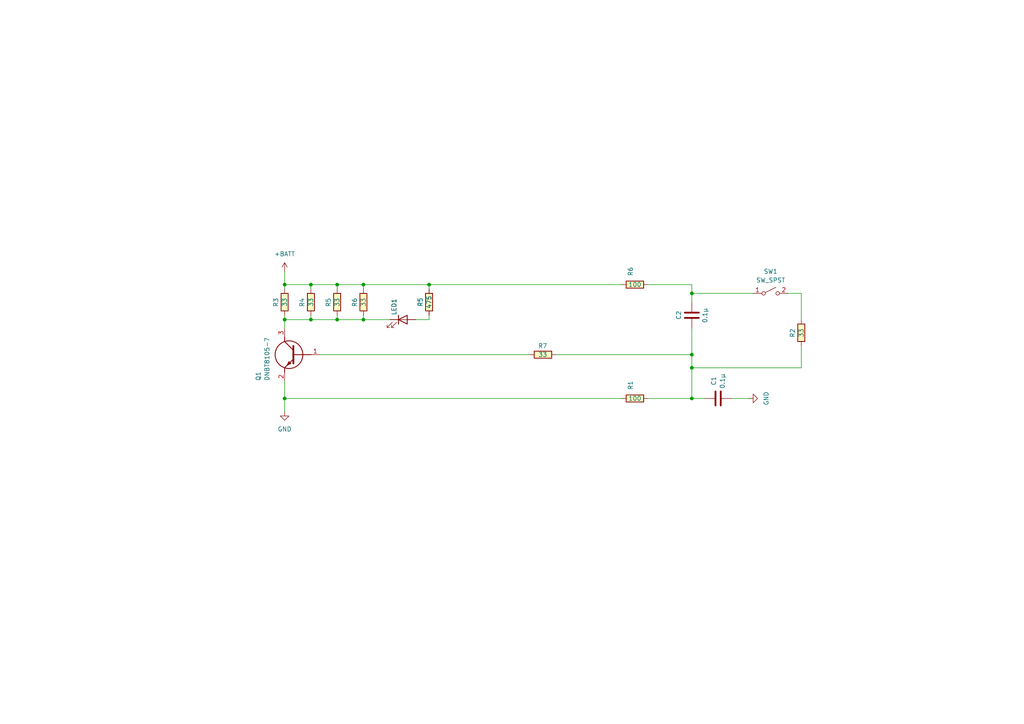
<source format=kicad_sch>
(kicad_sch (version 20230121) (generator eeschema)
  (paper "A4")
  (lib_symbols
    (symbol "Fixed Wing:CRCW251233R0FKEG" (pin_numbers hide) (pin_names (offset 0) hide)
      (property "Reference" "R" (at 2.54 3.81 0))
      (property "Value" "33" (at 2.54 -2.54 0))
      (symbol "CRCW251233R0FKEG_1_1"
        (rectangle (start 1.27 1.016) (end 6.35 -1.016) (stroke (width 0.254)) (fill (type background)))
        (pin passive line (at 0 0 0) (length 1.27) (name "~") (number "1"))
        (pin passive line (at 7.62 0 180) (length 1.27) (name "~") (number "2"))
      )
    )
    (symbol "FixedWing:CRCW0805100RFKEA" (pin_numbers hide) (pin_names (offset 0) hide)
      (property "Reference" "R" (at 2.54 3.81 0))
      (property "Value" "100" (at 1.27 -2.54 0))
      (symbol "CRCW0805100RFKEA_1_1"
        (rectangle (start 1.27 1.016) (end 6.35 -1.016) (stroke (width 0.254)) (fill (type background)))
        (pin passive line (at 0 0 0) (length 1.27) (name "~") (number "1"))
        (pin passive line (at 7.62 0 180) (length 1.27) (name "~") (number "2"))
      )
    )
    (symbol "FixedWing:CRCW0805475RFKEA" (pin_numbers hide) (pin_names (offset 0) hide)
      (property "Reference" "R" (at 2.54 3.81 0))
      (property "Value" "475" (at 2.54 -2.54 0))
      (symbol "CRCW0805475RFKEA_1_1"
        (rectangle (start 1.27 1.016) (end 6.35 -1.016) (stroke (width 0.254)) (fill (type background)))
        (pin passive line (at 0 0 0) (length 1.27) (name "~") (number "1"))
        (pin passive line (at 7.62 0 180) (length 1.27) (name "~") (number "2"))
      )
    )
    (symbol "FixedWing:DNBT8105-7" (pin_names hide)
      (property "Reference" "Q" (at 13.97 1.27 0))
      (property "Value" "DNBT8105-7" (at 13.97 -1.27 0))
      (symbol "DNBT8105-7_1_1"
        (polyline (pts (xy 2.54 0) (xy 7.62 0)) (stroke (width 0.254)))
        (polyline (pts (xy 7.62 -1.27) (xy 10.16 -3.81)) (stroke (width 0.254)))
        (polyline (pts (xy 7.62 1.27) (xy 10.16 3.81)) (stroke (width 0.254)))
        (polyline (pts (xy 7.62 2.54) (xy 7.62 -2.54)) (stroke (width 0.508)))
        (polyline (pts (xy 10.16 -3.81) (xy 10.16 -5.08)) (stroke (width 0.254)))
        (polyline (pts (xy 10.16 3.81) (xy 10.16 5.08)) (stroke (width 0.254)))
        (polyline (pts (xy 8.382 -2.54) (xy 8.89 -2.032) (xy 9.398 -3.048) (xy 8.382 -2.54)) (stroke (width 0.254)) (fill (type outline)))
        (circle (center 8.89 0) (radius 4.016) (stroke (width 0.254)))
        (pin passive line (at 0 0 0) (length 2.54) (name "B") (number "1"))
        (pin passive line (at 10.16 -7.62 90) (length 2.54) (name "E") (number "2"))
        (pin passive line (at 10.16 7.62 270) (length 2.54) (name "C") (number "3"))
      )
    )
    (symbol "FixedWing:GCJ188R72A104KA01D" (pin_numbers hide) (pin_names (offset 0) hide)
      (property "Reference" "C" (at 1.27 2.54 0))
      (property "Value" "0.1µ" (at 7.62 -2.54 0))
      (symbol "GCJ188R72A104KA01D_0_1"
        (polyline (pts (xy 3.048 -2.032) (xy 3.048 2.032)) (stroke (width 0.508)))
        (polyline (pts (xy 4.572 -2.032) (xy 4.572 2.032)) (stroke (width 0.508)))
      )
      (symbol "GCJ188R72A104KA01D_1_1"
        (pin passive line (at 0 0 0) (length 2.794) (name "~") (number "1"))
        (pin passive line (at 7.62 0 180) (length 2.794) (name "~") (number "2"))
      )
      (symbol "GCJ188R72A104KA01D_1_2"
        (polyline (pts (xy -1.905 -4.1148) (xy 1.905 -4.1148)) (stroke (width 0.2032)))
        (polyline (pts (xy -1.905 -3.4798) (xy 1.905 -3.4798)) (stroke (width 0.2032)))
        (polyline (pts (xy 0 -4.1148) (xy 0 -5.08)) (stroke (width 0.2032)))
        (polyline (pts (xy 0 -2.54) (xy 0 -3.4798)) (stroke (width 0.2032)))
        (pin unspecified line (at 0 0 270) (length 2.54) (name "") (number "1"))
        (pin unspecified line (at 0 -7.62 90) (length 2.54) (name "") (number "2"))
      )
    )
    (symbol "FixedWing:LTST-C170KRKT" (pin_numbers hide) (pin_names (offset 0) hide)
      (property "Reference" "LED" (at 10.795 6.858 0))
      (property "Value" "LTST-C170KRKT" (at 10.795 4.318 0))
      (symbol "LTST-C170KRKT_0_1"
        (polyline (pts (xy 2.54 -1.27) (xy 2.54 1.27)) (stroke (width 0.254)))
        (polyline (pts (xy 2.54 0) (xy 5.08 0)))
        (polyline (pts (xy 5.08 -1.27) (xy 5.08 1.27) (xy 2.54 0) (xy 5.08 -1.27)) (stroke (width 0.254)))
        (polyline (pts (xy 0.762 -0.762) (xy -0.762 -2.286) (xy 0 -2.286) (xy -0.762 -2.286) (xy -0.762 -1.524)))
        (polyline (pts (xy 2.032 -0.762) (xy 0.508 -2.286) (xy 1.27 -2.286) (xy 0.508 -2.286) (xy 0.508 -1.524)))
      )
      (symbol "LTST-C170KRKT_1_1"
        (pin passive line (at 0 0 0) (length 2.54) (name "K") (number "1"))
        (pin passive line (at 7.62 0 180) (length 2.54) (name "A") (number "2"))
      )
    )
    (symbol "Switch:SW_SPST" (pin_names (offset 0) hide)
      (property "Reference" "SW" (at 0 3.175 0))
      (property "Value" "SW_SPST" (at 0 -2.54 0))
      (symbol "SW_SPST_0_0"
        (circle (center -2.032 0) (radius 0.508))
        (polyline (pts (xy -1.524 0.254) (xy 1.524 1.778)))
        (circle (center 2.032 0) (radius 0.508))
      )
      (symbol "SW_SPST_1_1"
        (pin passive line (at -5.08 0 0) (length 2.54) (name "A") (number "1"))
        (pin passive line (at 5.08 0 180) (length 2.54) (name "B") (number "2"))
      )
    )
    (symbol "power:+BATT" (power) (pin_names (offset 0))
      (property "Value" "+BATT" (at 0 3.556 0))
      (symbol "+BATT_0_1"
        (polyline (pts (xy -0.762 1.27) (xy 0 2.54)))
        (polyline (pts (xy 0 0) (xy 0 2.54)))
        (polyline (pts (xy 0 2.54) (xy 0.762 1.27)))
      )
      (symbol "+BATT_1_1"
        (pin power_in line (at 0 0 90) (length 0) hide (name "+BATT") (number "1"))
      )
    )
    (symbol "power:GND" (power) (pin_names (offset 0))
      (property "Value" "GND" (at 0 -3.81 0))
      (symbol "GND_0_1"
        (polyline (pts (xy 0 0) (xy 0 -1.27) (xy 1.27 -1.27) (xy 0 -2.54) (xy -1.27 -1.27) (xy 0 -1.27)))
      )
      (symbol "GND_1_1"
        (pin power_in line (at 0 0 270) (length 0) hide (name "GND") (number "1"))
      )
    )
  )
  (junction (at 200.66 106.68))
  (junction (at 97.79 92.71))
  (junction (at 124.46 82.55))
  (junction (at 90.17 82.55))
  (junction (at 90.17 92.71))
  (junction (at 97.79 82.55))
  (junction (at 200.66 85.09))
  (junction (at 82.55 92.71))
  (junction (at 82.55 115.57))
  (junction (at 82.55 82.55))
  (junction (at 105.41 82.55))
  (junction (at 200.66 115.57))
  (junction (at 200.66 102.87))
  (junction (at 105.41 92.71))
  (wire (pts (xy 232.41 106.68) (xy 200.66 106.68)))
  (wire (pts (xy 82.55 78.74) (xy 82.55 82.55)))
  (wire (pts (xy 105.41 82.55) (xy 105.41 83.82)))
  (wire (pts (xy 82.55 92.71) (xy 82.55 91.44)))
  (wire (pts (xy 200.66 85.09) (xy 200.66 87.63)))
  (wire (pts (xy 82.55 115.57) (xy 82.55 119.38)))
  (wire (pts (xy 92.71 102.87) (xy 153.67 102.87)))
  (wire (pts (xy 232.41 85.09) (xy 232.41 92.71)))
  (wire (pts (xy 90.17 82.55) (xy 90.17 83.82)))
  (wire (pts (xy 124.46 82.55) (xy 180.34 82.55)))
  (wire (pts (xy 204.47 115.57) (xy 200.66 115.57)))
  (wire (pts (xy 97.79 91.44) (xy 97.79 92.71)))
  (wire (pts (xy 82.55 83.82) (xy 82.55 82.55)))
  (wire (pts (xy 187.96 82.55) (xy 200.66 82.55)))
  (wire (pts (xy 105.41 82.55) (xy 124.46 82.55)))
  (wire (pts (xy 124.46 92.71) (xy 120.65 92.71)))
  (wire (pts (xy 200.66 82.55) (xy 200.66 85.09)))
  (wire (pts (xy 97.79 82.55) (xy 97.79 83.82)))
  (wire (pts (xy 232.41 85.09) (xy 228.6 85.09)))
  (wire (pts (xy 200.66 106.68) (xy 200.66 102.87)))
  (wire (pts (xy 124.46 92.71) (xy 124.46 91.44)))
  (wire (pts (xy 187.96 115.57) (xy 200.66 115.57)))
  (wire (pts (xy 105.41 92.71) (xy 113.03 92.71)))
  (wire (pts (xy 97.79 92.71) (xy 105.41 92.71)))
  (wire (pts (xy 90.17 82.55) (xy 97.79 82.55)))
  (wire (pts (xy 232.41 100.33) (xy 232.41 106.68)))
  (wire (pts (xy 82.55 115.57) (xy 82.55 110.49)))
  (wire (pts (xy 82.55 95.25) (xy 82.55 92.71)))
  (wire (pts (xy 82.55 82.55) (xy 90.17 82.55)))
  (wire (pts (xy 200.66 102.87) (xy 200.66 95.25)))
  (wire (pts (xy 200.66 85.09) (xy 218.44 85.09)))
  (wire (pts (xy 82.55 115.57) (xy 180.34 115.57)))
  (wire (pts (xy 90.17 92.71) (xy 97.79 92.71)))
  (wire (pts (xy 97.79 82.55) (xy 105.41 82.55)))
  (wire (pts (xy 200.66 115.57) (xy 200.66 106.68)))
  (wire (pts (xy 90.17 91.44) (xy 90.17 92.71)))
  (wire (pts (xy 212.09 115.57) (xy 217.17 115.57)))
  (wire (pts (xy 124.46 82.55) (xy 124.46 83.82)))
  (wire (pts (xy 82.55 92.71) (xy 90.17 92.71)))
  (wire (pts (xy 105.41 91.44) (xy 105.41 92.71)))
  (wire (pts (xy 161.29 102.87) (xy 200.66 102.87)))
  (symbol (lib_id "Fixed Wing:CRCW251233R0FKEG") (at 153.67 102.87 0) (unit 1)
    (property "Reference" "R7" (at 158.75 100.33 0) (effects (justify right)))
    (property "Value" "33" (at 158.75 102.87 0) (effects (justify right)))
    (property "Footprint" "FixedWing:RC2512N_VIS" (effects hide))
    (property "Datasheet" "http://www.vishay.com/docs/20035/dcrcwe3.pdf" (effects hide))
    (property "Height" "0.7" (effects hide))
    (property "Manufacturer" "Vishay" (effects hide))
    (property "Manufacturer Part Number" "CRCW251233R0FKEG" (effects hide))
  )
  (symbol (lib_id "Fixed Wing:CRCW251233R0FKEG") (at 97.79 91.44 90) (unit 1)
    (property "Reference" "R5" (at 95.25 86.36 0) (effects (justify right)))
    (property "Value" "33" (at 97.79 86.36 0) (effects (justify right)))
    (property "Footprint" "FixedWing:RC2512N_VIS" (effects hide))
    (property "Datasheet" "http://www.vishay.com/docs/20035/dcrcwe3.pdf" (effects hide))
    (property "Height" "0.7" (effects hide))
    (property "Manufacturer" "Vishay" (effects hide))
    (property "Manufacturer Part Number" "CRCW251233R0FKEG" (effects hide))
  )
  (symbol (lib_id "Switch:SW_SPST") (at 223.52 85.09 0) (unit 1)
    (property "Reference" "SW1" (at 223.52 78.74 0))
    (property "Value" "SW_SPST" (at 223.52 81.28 0))
  )
  (symbol (lib_id "FixedWing:CRCW0805100RFKEA") (at 180.34 82.55 0) (unit 1)
    (property "Reference" "R6" (at 182.88 78.74 90))
    (property "Value" "100" (at 184.15 82.55 0))
    (property "Footprint" "RESC2012X50N" (effects hide))
    (property "Datasheet" "http://www.vishay.com/docs/20035/dcrcwe3.pdf" (effects hide))
    (property "Height" "0.5" (effects hide))
    (property "Mouser Part Number" "71-CRCW0805-100-E3" (effects hide))
    (property "Mouser Price/Stock" "https://www.mouser.co.uk/ProductDetail/Vishay-Dale/CRCW0805100RFKEA?qs=LOX6nxTstiYDPDKmuLyNLw%3D%3D" (effects hide))
    (property "Manufacturer" "Vishay" (effects hide))
    (property "Manufacturer Part Number" "CRCW0805100RFKEA" (effects hide))
  )
  (symbol (lib_id "Fixed Wing:CRCW251233R0FKEG") (at 232.41 100.33 90) (unit 1)
    (property "Reference" "R2" (at 229.87 95.25 0) (effects (justify right)))
    (property "Value" "33" (at 232.41 95.25 0) (effects (justify right)))
    (property "Footprint" "FixedWing:RC2512N_VIS" (effects hide))
    (property "Datasheet" "http://www.vishay.com/docs/20035/dcrcwe3.pdf" (effects hide))
    (property "Height" "0.7" (effects hide))
    (property "Manufacturer" "Vishay" (effects hide))
    (property "Manufacturer Part Number" "CRCW251233R0FKEG" (effects hide))
  )
  (symbol (lib_id "FixedWing:LTST-C170KRKT") (at 113.03 92.71 0) (unit 1)
    (property "Reference" "LED1" (at 114.3 91.44 90) (effects (justify left)))
    (property "Value" "LTST-C170KRKT" (effects hide))
    (property "Footprint" "LEDC2012X120N" (effects hide))
    (property "Datasheet" "https://componentsearchengine.com/Datasheets/1/LTST-C170KRKT.pdf" (effects hide))
    (property "Height" "1.2" (effects hide))
    (property "Mouser Part Number" "859-LTST-C170KRKT" (effects hide))
    (property "Mouser Price/Stock" "https://www.mouser.co.uk/ProductDetail/Lite-On/LTST-C170KRKT?qs=NUb82WqeCyrVOID%2Fxt4rgA%3D%3D" (effects hide))
    (property "Manufacturer" "Lite-On" (effects hide))
    (property "Manufacturer Part Number" "LTST-C170KRKT" (effects hide))
  )
  (symbol (lib_id "FixedWing:GCJ188R72A104KA01D") (at 200.66 87.63 270) (unit 1)
    (property "Reference" "C2" (at 196.85 91.44 0))
    (property "Value" "0.1µ" (at 204.47 91.44 0))
    (property "Footprint" "FixedWing:CAP_GCJ-18_MUR" (effects hide))
    (property "Datasheet" "https://search.murata.co.jp/Ceramy/image/img/A01X/G101/ENG/GCJ21BR71A106KE01-01A.pdf" (effects hide))
    (property "Manufacturer" "Murata Electronics" (effects hide))
    (property "Manufacturer Part Number" "GCJ188R72A104KA01D" (effects hide))
  )
  (symbol (lib_id "power:GND") (at 217.17 115.57 90) (unit 1)
    (property "Reference" "#PWR01" (effects hide))
    (property "Value" "GND" (at 222.25 115.57 0))
  )
  (symbol (lib_id "Fixed Wing:CRCW251233R0FKEG") (at 105.41 91.44 90) (unit 1)
    (property "Reference" "R6" (at 102.87 86.36 0) (effects (justify right)))
    (property "Value" "33" (at 105.41 86.36 0) (effects (justify right)))
    (property "Footprint" "FixedWing:RC2512N_VIS" (effects hide))
    (property "Datasheet" "http://www.vishay.com/docs/20035/dcrcwe3.pdf" (effects hide))
    (property "Height" "0.7" (effects hide))
    (property "Manufacturer" "Vishay" (effects hide))
    (property "Manufacturer Part Number" "CRCW251233R0FKEG" (effects hide))
  )
  (symbol (lib_id "power:+BATT") (at 82.55 78.74 0) (unit 1)
    (property "Reference" "#PWR02" (effects hide))
    (property "Value" "+BATT" (at 82.55 73.66 0))
  )
  (symbol (lib_id "Fixed Wing:CRCW251233R0FKEG") (at 90.17 91.44 90) (unit 1)
    (property "Reference" "R4" (at 87.63 86.36 0) (effects (justify right)))
    (property "Value" "33" (at 90.17 86.36 0) (effects (justify right)))
    (property "Footprint" "FixedWing:RC2512N_VIS" (effects hide))
    (property "Datasheet" "http://www.vishay.com/docs/20035/dcrcwe3.pdf" (effects hide))
    (property "Height" "0.7" (effects hide))
    (property "Manufacturer" "Vishay" (effects hide))
    (property "Manufacturer Part Number" "CRCW251233R0FKEG" (effects hide))
  )
  (symbol (lib_id "FixedWing:GCJ188R72A104KA01D") (at 212.09 115.57 180) (unit 1)
    (property "Reference" "C1" (at 207.01 110.49 90))
    (property "Value" "0.1µ" (at 209.55 110.49 90))
    (property "Footprint" "FixedWing:CAP_GCJ-18_MUR" (effects hide))
    (property "Datasheet" "https://search.murata.co.jp/Ceramy/image/img/A01X/G101/ENG/GCJ21BR71A106KE01-01A.pdf" (effects hide))
    (property "Manufacturer" "Murata Electronics" (effects hide))
    (property "Manufacturer Part Number" "GCJ188R72A104KA01D" (effects hide))
  )
  (symbol (lib_id "power:GND") (at 82.55 119.38 0) (unit 1)
    (property "Reference" "#PWR03" (effects hide))
    (property "Value" "GND" (at 82.55 124.46 0))
  )
  (symbol (lib_id "Fixed Wing:CRCW251233R0FKEG") (at 82.55 91.44 90) (unit 1)
    (property "Reference" "R3" (at 80.01 86.36 0) (effects (justify right)))
    (property "Value" "33" (at 82.55 86.36 0) (effects (justify right)))
    (property "Footprint" "FixedWing:RC2512N_VIS" (effects hide))
    (property "Datasheet" "http://www.vishay.com/docs/20035/dcrcwe3.pdf" (effects hide))
    (property "Height" "0.7" (effects hide))
    (property "Manufacturer" "Vishay" (effects hide))
    (property "Manufacturer Part Number" "CRCW251233R0FKEG" (effects hide))
  )
  (symbol (lib_id "FixedWing:CRCW0805100RFKEA") (at 180.34 115.57 0) (unit 1)
    (property "Reference" "R1" (at 182.88 111.76 90))
    (property "Value" "100" (at 184.15 115.57 0))
    (property "Footprint" "RESC2012X50N" (effects hide))
    (property "Datasheet" "http://www.vishay.com/docs/20035/dcrcwe3.pdf" (effects hide))
    (property "Height" "0.5" (effects hide))
    (property "Mouser Part Number" "71-CRCW0805-100-E3" (effects hide))
    (property "Mouser Price/Stock" "https://www.mouser.co.uk/ProductDetail/Vishay-Dale/CRCW0805100RFKEA?qs=LOX6nxTstiYDPDKmuLyNLw%3D%3D" (effects hide))
    (property "Manufacturer" "Vishay" (effects hide))
    (property "Manufacturer Part Number" "CRCW0805100RFKEA" (effects hide))
  )
  (symbol (lib_id "FixedWing:DNBT8105-7") (at 92.71 102.87 0) (mirror y) (unit 1)
    (property "Reference" "Q1" (at 74.93 110.49 90) (effects (justify left)))
    (property "Value" "DNBT8105-7" (at 77.47 110.49 90) (effects (justify left)))
    (property "Footprint" "FixedWing:SOT95P240X105-3N" (effects hide))
    (property "Datasheet" "https://www.diodes.com/assets/Datasheets/ds30513.pdf" (effects hide))
    (property "Height" "1.1" (effects hide))
    (property "Manufacturer" "Diodes Incorporated" (effects hide))
    (property "Manufacturer Part Number" "DNBT8105-7" (effects hide))
    (property "Mouser Part Number" "621-DNBT8105-7" (effects hide))
    (property "Mouser Price/Stock" "https://www.mouser.co.uk/ProductDetail/Diodes-Incorporated/DNBT8105-7?qs=mQbszxtPdlNf%252BDeuGZn4qw%3D%3D" (effects hide))
    (property "Arrow Part Number" "DNBT8105-7" (effects hide))
    (property "Arrow Price/Stock" "https://www.arrow.com/en/products/dnbt8105-7/diodes-incorporated?region=nac" (effects hide))
  )
  (symbol (lib_id "FixedWing:CRCW0805475RFKEA") (at 124.46 91.44 90) (unit 1)
    (property "Reference" "R5" (at 121.92 87.63 0))
    (property "Value" "475" (at 124.46 87.63 0))
    (property "Footprint" "RESC2012X50N" (effects hide))
    (property "Datasheet" "http://www.vishay.com/docs/20035/dcrcwe3.pdf" (effects hide))
    (property "Height" "0.5" (effects hide))
    (property "Mouser Part Number" "71-CRCW0805-475-E3" (effects hide))
    (property "Mouser Price/Stock" "https://www.mouser.co.uk/ProductDetail/Vishay-Dale/CRCW0805475RFKEA?qs=H9nSDuxQXAGtYh6oNsznQg%3D%3D" (effects hide))
    (property "Manufacturer" "Vishay" (effects hide))
    (property "Manufacturer Part Number" "CRCW0805475RFKEA" (effects hide))
  )
)
</source>
